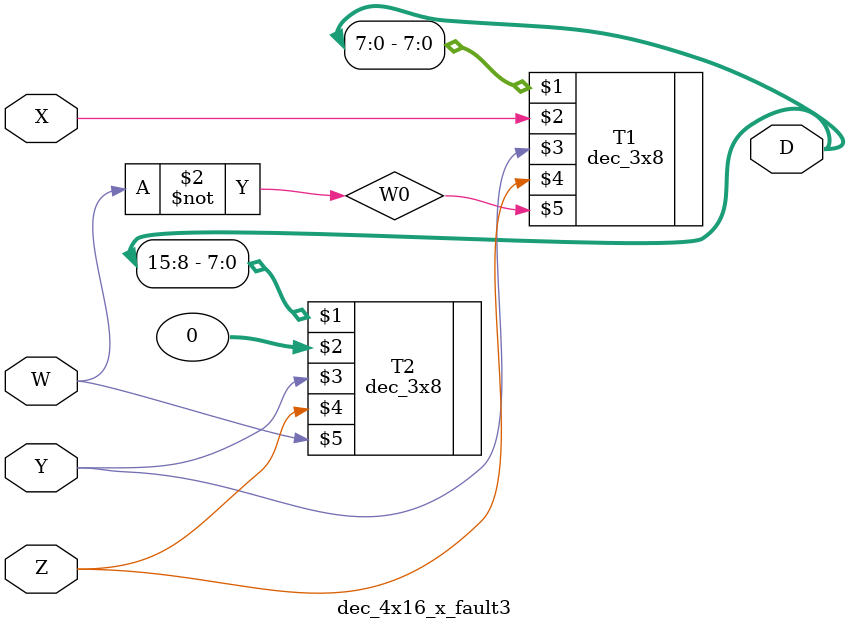
<source format=v>
`timescale 1ns / 1ps
module dec_4x16_x_fault3(output [15:0]D, input X,Y,Z,W);
wire W0;
not(W0,W);
dec_3x8 T1(D[7:0],X,Y,Z,W0), T2(D[15:8],0,Y,Z,W);

endmodule

</source>
